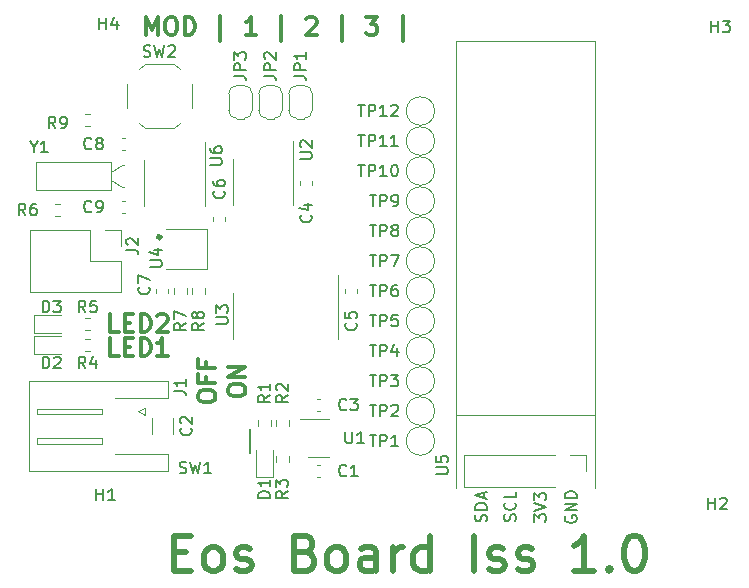
<source format=gbr>
%TF.GenerationSoftware,KiCad,Pcbnew,(5.1.10)-1*%
%TF.CreationDate,2021-09-16T15:44:01+01:00*%
%TF.ProjectId,Eos-Board,456f732d-426f-4617-9264-2e6b69636164,rev?*%
%TF.SameCoordinates,Original*%
%TF.FileFunction,Legend,Top*%
%TF.FilePolarity,Positive*%
%FSLAX46Y46*%
G04 Gerber Fmt 4.6, Leading zero omitted, Abs format (unit mm)*
G04 Created by KiCad (PCBNEW (5.1.10)-1) date 2021-09-16 15:44:01*
%MOMM*%
%LPD*%
G01*
G04 APERTURE LIST*
%ADD10C,0.300000*%
%ADD11C,0.500000*%
%ADD12C,0.120000*%
%ADD13C,0.400000*%
%ADD14C,0.200000*%
%ADD15C,0.150000*%
G04 APERTURE END LIST*
D10*
X108852285Y-57066571D02*
X108852285Y-55566571D01*
X109352285Y-56638000D01*
X109852285Y-55566571D01*
X109852285Y-57066571D01*
X110852285Y-55566571D02*
X111138000Y-55566571D01*
X111280857Y-55638000D01*
X111423714Y-55780857D01*
X111495142Y-56066571D01*
X111495142Y-56566571D01*
X111423714Y-56852285D01*
X111280857Y-56995142D01*
X111138000Y-57066571D01*
X110852285Y-57066571D01*
X110709428Y-56995142D01*
X110566571Y-56852285D01*
X110495142Y-56566571D01*
X110495142Y-56066571D01*
X110566571Y-55780857D01*
X110709428Y-55638000D01*
X110852285Y-55566571D01*
X112138000Y-57066571D02*
X112138000Y-55566571D01*
X112495142Y-55566571D01*
X112709428Y-55638000D01*
X112852285Y-55780857D01*
X112923714Y-55923714D01*
X112995142Y-56209428D01*
X112995142Y-56423714D01*
X112923714Y-56709428D01*
X112852285Y-56852285D01*
X112709428Y-56995142D01*
X112495142Y-57066571D01*
X112138000Y-57066571D01*
X115138000Y-57566571D02*
X115138000Y-55423714D01*
X118138000Y-57066571D02*
X117280857Y-57066571D01*
X117709428Y-57066571D02*
X117709428Y-55566571D01*
X117566571Y-55780857D01*
X117423714Y-55923714D01*
X117280857Y-55995142D01*
X120280857Y-57566571D02*
X120280857Y-55423714D01*
X122423714Y-55709428D02*
X122495142Y-55638000D01*
X122638000Y-55566571D01*
X122995142Y-55566571D01*
X123138000Y-55638000D01*
X123209428Y-55709428D01*
X123280857Y-55852285D01*
X123280857Y-55995142D01*
X123209428Y-56209428D01*
X122352285Y-57066571D01*
X123280857Y-57066571D01*
X125423714Y-57566571D02*
X125423714Y-55423714D01*
X127495142Y-55566571D02*
X128423714Y-55566571D01*
X127923714Y-56138000D01*
X128138000Y-56138000D01*
X128280857Y-56209428D01*
X128352285Y-56280857D01*
X128423714Y-56423714D01*
X128423714Y-56780857D01*
X128352285Y-56923714D01*
X128280857Y-56995142D01*
X128138000Y-57066571D01*
X127709428Y-57066571D01*
X127566571Y-56995142D01*
X127495142Y-56923714D01*
X130566571Y-57566571D02*
X130566571Y-55423714D01*
D11*
X111206857Y-100877714D02*
X112206857Y-100877714D01*
X112635428Y-102449142D02*
X111206857Y-102449142D01*
X111206857Y-99449142D01*
X112635428Y-99449142D01*
X114349714Y-102449142D02*
X114064000Y-102306285D01*
X113921142Y-102163428D01*
X113778285Y-101877714D01*
X113778285Y-101020571D01*
X113921142Y-100734857D01*
X114064000Y-100592000D01*
X114349714Y-100449142D01*
X114778285Y-100449142D01*
X115064000Y-100592000D01*
X115206857Y-100734857D01*
X115349714Y-101020571D01*
X115349714Y-101877714D01*
X115206857Y-102163428D01*
X115064000Y-102306285D01*
X114778285Y-102449142D01*
X114349714Y-102449142D01*
X116492571Y-102306285D02*
X116778285Y-102449142D01*
X117349714Y-102449142D01*
X117635428Y-102306285D01*
X117778285Y-102020571D01*
X117778285Y-101877714D01*
X117635428Y-101592000D01*
X117349714Y-101449142D01*
X116921142Y-101449142D01*
X116635428Y-101306285D01*
X116492571Y-101020571D01*
X116492571Y-100877714D01*
X116635428Y-100592000D01*
X116921142Y-100449142D01*
X117349714Y-100449142D01*
X117635428Y-100592000D01*
X122349714Y-100877714D02*
X122778285Y-101020571D01*
X122921142Y-101163428D01*
X123064000Y-101449142D01*
X123064000Y-101877714D01*
X122921142Y-102163428D01*
X122778285Y-102306285D01*
X122492571Y-102449142D01*
X121349714Y-102449142D01*
X121349714Y-99449142D01*
X122349714Y-99449142D01*
X122635428Y-99592000D01*
X122778285Y-99734857D01*
X122921142Y-100020571D01*
X122921142Y-100306285D01*
X122778285Y-100592000D01*
X122635428Y-100734857D01*
X122349714Y-100877714D01*
X121349714Y-100877714D01*
X124778285Y-102449142D02*
X124492571Y-102306285D01*
X124349714Y-102163428D01*
X124206857Y-101877714D01*
X124206857Y-101020571D01*
X124349714Y-100734857D01*
X124492571Y-100592000D01*
X124778285Y-100449142D01*
X125206857Y-100449142D01*
X125492571Y-100592000D01*
X125635428Y-100734857D01*
X125778285Y-101020571D01*
X125778285Y-101877714D01*
X125635428Y-102163428D01*
X125492571Y-102306285D01*
X125206857Y-102449142D01*
X124778285Y-102449142D01*
X128349714Y-102449142D02*
X128349714Y-100877714D01*
X128206857Y-100592000D01*
X127921142Y-100449142D01*
X127349714Y-100449142D01*
X127064000Y-100592000D01*
X128349714Y-102306285D02*
X128064000Y-102449142D01*
X127349714Y-102449142D01*
X127064000Y-102306285D01*
X126921142Y-102020571D01*
X126921142Y-101734857D01*
X127064000Y-101449142D01*
X127349714Y-101306285D01*
X128064000Y-101306285D01*
X128349714Y-101163428D01*
X129778285Y-102449142D02*
X129778285Y-100449142D01*
X129778285Y-101020571D02*
X129921142Y-100734857D01*
X130064000Y-100592000D01*
X130349714Y-100449142D01*
X130635428Y-100449142D01*
X132921142Y-102449142D02*
X132921142Y-99449142D01*
X132921142Y-102306285D02*
X132635428Y-102449142D01*
X132064000Y-102449142D01*
X131778285Y-102306285D01*
X131635428Y-102163428D01*
X131492571Y-101877714D01*
X131492571Y-101020571D01*
X131635428Y-100734857D01*
X131778285Y-100592000D01*
X132064000Y-100449142D01*
X132635428Y-100449142D01*
X132921142Y-100592000D01*
X136635428Y-102449142D02*
X136635428Y-99449142D01*
X137921142Y-102306285D02*
X138206857Y-102449142D01*
X138778285Y-102449142D01*
X139064000Y-102306285D01*
X139206857Y-102020571D01*
X139206857Y-101877714D01*
X139064000Y-101592000D01*
X138778285Y-101449142D01*
X138349714Y-101449142D01*
X138064000Y-101306285D01*
X137921142Y-101020571D01*
X137921142Y-100877714D01*
X138064000Y-100592000D01*
X138349714Y-100449142D01*
X138778285Y-100449142D01*
X139064000Y-100592000D01*
X140349714Y-102306285D02*
X140635428Y-102449142D01*
X141206857Y-102449142D01*
X141492571Y-102306285D01*
X141635428Y-102020571D01*
X141635428Y-101877714D01*
X141492571Y-101592000D01*
X141206857Y-101449142D01*
X140778285Y-101449142D01*
X140492571Y-101306285D01*
X140349714Y-101020571D01*
X140349714Y-100877714D01*
X140492571Y-100592000D01*
X140778285Y-100449142D01*
X141206857Y-100449142D01*
X141492571Y-100592000D01*
X146778285Y-102449142D02*
X145064000Y-102449142D01*
X145921142Y-102449142D02*
X145921142Y-99449142D01*
X145635428Y-99877714D01*
X145349714Y-100163428D01*
X145064000Y-100306285D01*
X148064000Y-102163428D02*
X148206857Y-102306285D01*
X148064000Y-102449142D01*
X147921142Y-102306285D01*
X148064000Y-102163428D01*
X148064000Y-102449142D01*
X150064000Y-99449142D02*
X150349714Y-99449142D01*
X150635428Y-99592000D01*
X150778285Y-99734857D01*
X150921142Y-100020571D01*
X151064000Y-100592000D01*
X151064000Y-101306285D01*
X150921142Y-101877714D01*
X150778285Y-102163428D01*
X150635428Y-102306285D01*
X150349714Y-102449142D01*
X150064000Y-102449142D01*
X149778285Y-102306285D01*
X149635428Y-102163428D01*
X149492571Y-101877714D01*
X149349714Y-101306285D01*
X149349714Y-100592000D01*
X149492571Y-100020571D01*
X149635428Y-99734857D01*
X149778285Y-99592000D01*
X150064000Y-99449142D01*
D10*
X106525428Y-82212571D02*
X105811142Y-82212571D01*
X105811142Y-80712571D01*
X107025428Y-81426857D02*
X107525428Y-81426857D01*
X107739714Y-82212571D02*
X107025428Y-82212571D01*
X107025428Y-80712571D01*
X107739714Y-80712571D01*
X108382571Y-82212571D02*
X108382571Y-80712571D01*
X108739714Y-80712571D01*
X108954000Y-80784000D01*
X109096857Y-80926857D01*
X109168285Y-81069714D01*
X109239714Y-81355428D01*
X109239714Y-81569714D01*
X109168285Y-81855428D01*
X109096857Y-81998285D01*
X108954000Y-82141142D01*
X108739714Y-82212571D01*
X108382571Y-82212571D01*
X109811142Y-80855428D02*
X109882571Y-80784000D01*
X110025428Y-80712571D01*
X110382571Y-80712571D01*
X110525428Y-80784000D01*
X110596857Y-80855428D01*
X110668285Y-80998285D01*
X110668285Y-81141142D01*
X110596857Y-81355428D01*
X109739714Y-82212571D01*
X110668285Y-82212571D01*
X106525428Y-84244571D02*
X105811142Y-84244571D01*
X105811142Y-82744571D01*
X107025428Y-83458857D02*
X107525428Y-83458857D01*
X107739714Y-84244571D02*
X107025428Y-84244571D01*
X107025428Y-82744571D01*
X107739714Y-82744571D01*
X108382571Y-84244571D02*
X108382571Y-82744571D01*
X108739714Y-82744571D01*
X108954000Y-82816000D01*
X109096857Y-82958857D01*
X109168285Y-83101714D01*
X109239714Y-83387428D01*
X109239714Y-83601714D01*
X109168285Y-83887428D01*
X109096857Y-84030285D01*
X108954000Y-84173142D01*
X108739714Y-84244571D01*
X108382571Y-84244571D01*
X110668285Y-84244571D02*
X109811142Y-84244571D01*
X110239714Y-84244571D02*
X110239714Y-82744571D01*
X110096857Y-82958857D01*
X109954000Y-83101714D01*
X109811142Y-83173142D01*
X115764571Y-87288571D02*
X115764571Y-87002857D01*
X115836000Y-86860000D01*
X115978857Y-86717142D01*
X116264571Y-86645714D01*
X116764571Y-86645714D01*
X117050285Y-86717142D01*
X117193142Y-86860000D01*
X117264571Y-87002857D01*
X117264571Y-87288571D01*
X117193142Y-87431428D01*
X117050285Y-87574285D01*
X116764571Y-87645714D01*
X116264571Y-87645714D01*
X115978857Y-87574285D01*
X115836000Y-87431428D01*
X115764571Y-87288571D01*
X117264571Y-86002857D02*
X115764571Y-86002857D01*
X117264571Y-85145714D01*
X115764571Y-85145714D01*
X113224571Y-87788571D02*
X113224571Y-87502857D01*
X113296000Y-87360000D01*
X113438857Y-87217142D01*
X113724571Y-87145714D01*
X114224571Y-87145714D01*
X114510285Y-87217142D01*
X114653142Y-87360000D01*
X114724571Y-87502857D01*
X114724571Y-87788571D01*
X114653142Y-87931428D01*
X114510285Y-88074285D01*
X114224571Y-88145714D01*
X113724571Y-88145714D01*
X113438857Y-88074285D01*
X113296000Y-87931428D01*
X113224571Y-87788571D01*
X113938857Y-86002857D02*
X113938857Y-86502857D01*
X114724571Y-86502857D02*
X113224571Y-86502857D01*
X113224571Y-85788571D01*
X113938857Y-84717142D02*
X113938857Y-85217142D01*
X114724571Y-85217142D02*
X113224571Y-85217142D01*
X113224571Y-84502857D01*
D12*
%TO.C,SW2*%
X108282000Y-64530000D02*
X108732000Y-64980000D01*
X111682000Y-64530000D02*
X111232000Y-64980000D01*
X111682000Y-59930000D02*
X111232000Y-59480000D01*
X108282000Y-59930000D02*
X108732000Y-59480000D01*
X112732000Y-61230000D02*
X112732000Y-63230000D01*
X108732000Y-64980000D02*
X111232000Y-64980000D01*
X107232000Y-61230000D02*
X107232000Y-63230000D01*
X108732000Y-59480000D02*
X111232000Y-59480000D01*
%TO.C,R9*%
X103648742Y-63739500D02*
X104123258Y-63739500D01*
X103648742Y-64784500D02*
X104123258Y-64784500D01*
%TO.C,U6*%
X108692000Y-69596000D02*
X108692000Y-71546000D01*
X108692000Y-69596000D02*
X108692000Y-67646000D01*
X113812000Y-69596000D02*
X113812000Y-71546000D01*
X113812000Y-69596000D02*
X113812000Y-66146000D01*
%TO.C,Y1*%
X106796000Y-69972000D02*
X106996000Y-69972000D01*
X105896000Y-69372000D02*
X106796000Y-69972000D01*
X106796000Y-68072000D02*
X106996000Y-68072000D01*
X105896000Y-68672000D02*
X106796000Y-68072000D01*
X105896000Y-70222000D02*
X105896000Y-67822000D01*
X99496000Y-70222000D02*
X105896000Y-70222000D01*
X99496000Y-67822000D02*
X99496000Y-70222000D01*
X105896000Y-67822000D02*
X99496000Y-67822000D01*
%TO.C,U5*%
X135060000Y-89280000D02*
X146860000Y-89280000D01*
X135060000Y-57580000D02*
X146860000Y-57580000D01*
X146860000Y-95380000D02*
X146860000Y-57580000D01*
X146090000Y-92650000D02*
X146090000Y-93980000D01*
X144760000Y-92650000D02*
X146090000Y-92650000D01*
X135060000Y-95380000D02*
X135060000Y-57580000D01*
X143490000Y-95310000D02*
X135810000Y-95310000D01*
X143490000Y-92650000D02*
X135810000Y-92650000D01*
X135810000Y-92650000D02*
X135810000Y-95310000D01*
D13*
%TO.C,U4*%
X110068000Y-74184000D02*
G75*
G03*
X110068000Y-74184000I-100000J0D01*
G01*
D12*
X110568000Y-73484000D02*
X113968000Y-73484000D01*
X113968000Y-73484000D02*
X113968000Y-76884000D01*
X113968000Y-76884000D02*
X110568000Y-76884000D01*
%TO.C,U3*%
X125085000Y-80837000D02*
X125085000Y-77387000D01*
X125085000Y-80837000D02*
X125085000Y-82787000D01*
X116215000Y-80837000D02*
X116215000Y-78887000D01*
X116215000Y-80837000D02*
X116215000Y-82787000D01*
%TO.C,U2*%
X121305000Y-69531000D02*
X121305000Y-66081000D01*
X121305000Y-69531000D02*
X121305000Y-71481000D01*
X116185000Y-69531000D02*
X116185000Y-67581000D01*
X116185000Y-69531000D02*
X116185000Y-71481000D01*
%TO.C,U1*%
X124344000Y-89576000D02*
X121894000Y-89576000D01*
X122544000Y-92796000D02*
X124344000Y-92796000D01*
%TO.C,TP12*%
X133280000Y-63500000D02*
G75*
G03*
X133280000Y-63500000I-1200000J0D01*
G01*
%TO.C,TP11*%
X133280000Y-66040000D02*
G75*
G03*
X133280000Y-66040000I-1200000J0D01*
G01*
%TO.C,TP10*%
X133280000Y-68580000D02*
G75*
G03*
X133280000Y-68580000I-1200000J0D01*
G01*
%TO.C,TP9*%
X133280000Y-71120000D02*
G75*
G03*
X133280000Y-71120000I-1200000J0D01*
G01*
%TO.C,TP8*%
X133280000Y-73660000D02*
G75*
G03*
X133280000Y-73660000I-1200000J0D01*
G01*
%TO.C,TP7*%
X133280000Y-76200000D02*
G75*
G03*
X133280000Y-76200000I-1200000J0D01*
G01*
%TO.C,TP6*%
X133280000Y-78740000D02*
G75*
G03*
X133280000Y-78740000I-1200000J0D01*
G01*
%TO.C,TP5*%
X133280000Y-81280000D02*
G75*
G03*
X133280000Y-81280000I-1200000J0D01*
G01*
%TO.C,TP4*%
X133280000Y-83820000D02*
G75*
G03*
X133280000Y-83820000I-1200000J0D01*
G01*
%TO.C,TP3*%
X133280000Y-86360000D02*
G75*
G03*
X133280000Y-86360000I-1200000J0D01*
G01*
%TO.C,TP2*%
X133280000Y-88900000D02*
G75*
G03*
X133280000Y-88900000I-1200000J0D01*
G01*
%TO.C,TP1*%
X133280000Y-91440000D02*
G75*
G03*
X133280000Y-91440000I-1200000J0D01*
G01*
D14*
%TO.C,SW1*%
X117616000Y-90440000D02*
X117616000Y-92440000D01*
D12*
%TO.C,R8*%
X113806500Y-78977258D02*
X113806500Y-78502742D01*
X112761500Y-78977258D02*
X112761500Y-78502742D01*
%TO.C,R7*%
X112282500Y-78977258D02*
X112282500Y-78502742D01*
X111237500Y-78977258D02*
X111237500Y-78502742D01*
%TO.C,R6*%
X101583258Y-71359500D02*
X101108742Y-71359500D01*
X101583258Y-72404500D02*
X101108742Y-72404500D01*
%TO.C,R5*%
X103648742Y-82056500D02*
X104123258Y-82056500D01*
X103648742Y-81011500D02*
X104123258Y-81011500D01*
%TO.C,R4*%
X103648742Y-83834500D02*
X104123258Y-83834500D01*
X103648742Y-82789500D02*
X104123258Y-82789500D01*
%TO.C,R3*%
X120918500Y-93201258D02*
X120918500Y-92726742D01*
X119873500Y-93201258D02*
X119873500Y-92726742D01*
%TO.C,R2*%
X120918500Y-90153258D02*
X120918500Y-89678742D01*
X119873500Y-90153258D02*
X119873500Y-89678742D01*
%TO.C,R1*%
X119394500Y-90153258D02*
X119394500Y-89678742D01*
X118349500Y-90153258D02*
X118349500Y-89678742D01*
%TO.C,JP3*%
X117840000Y-62038000D02*
X117840000Y-63438000D01*
X117140000Y-64138000D02*
X116540000Y-64138000D01*
X115840000Y-63438000D02*
X115840000Y-62038000D01*
X116540000Y-61338000D02*
X117140000Y-61338000D01*
X117140000Y-61338000D02*
G75*
G02*
X117840000Y-62038000I0J-700000D01*
G01*
X115840000Y-62038000D02*
G75*
G02*
X116540000Y-61338000I700000J0D01*
G01*
X116540000Y-64138000D02*
G75*
G02*
X115840000Y-63438000I0J700000D01*
G01*
X117840000Y-63438000D02*
G75*
G02*
X117140000Y-64138000I-700000J0D01*
G01*
%TO.C,JP2*%
X120380000Y-62038000D02*
X120380000Y-63438000D01*
X119680000Y-64138000D02*
X119080000Y-64138000D01*
X118380000Y-63438000D02*
X118380000Y-62038000D01*
X119080000Y-61338000D02*
X119680000Y-61338000D01*
X119680000Y-61338000D02*
G75*
G02*
X120380000Y-62038000I0J-700000D01*
G01*
X118380000Y-62038000D02*
G75*
G02*
X119080000Y-61338000I700000J0D01*
G01*
X119080000Y-64138000D02*
G75*
G02*
X118380000Y-63438000I0J700000D01*
G01*
X120380000Y-63438000D02*
G75*
G02*
X119680000Y-64138000I-700000J0D01*
G01*
%TO.C,JP1*%
X122920000Y-62038000D02*
X122920000Y-63438000D01*
X122220000Y-64138000D02*
X121620000Y-64138000D01*
X120920000Y-63438000D02*
X120920000Y-62038000D01*
X121620000Y-61338000D02*
X122220000Y-61338000D01*
X122220000Y-61338000D02*
G75*
G02*
X122920000Y-62038000I0J-700000D01*
G01*
X120920000Y-62038000D02*
G75*
G02*
X121620000Y-61338000I700000J0D01*
G01*
X121620000Y-64138000D02*
G75*
G02*
X120920000Y-63438000I0J700000D01*
G01*
X122920000Y-63438000D02*
G75*
G02*
X122220000Y-64138000I-700000J0D01*
G01*
%TO.C,J2*%
X106740000Y-73600000D02*
X106740000Y-74930000D01*
X105410000Y-73600000D02*
X106740000Y-73600000D01*
X106740000Y-76200000D02*
X106740000Y-78800000D01*
X104140000Y-76200000D02*
X106740000Y-76200000D01*
X104140000Y-73600000D02*
X104140000Y-76200000D01*
X106740000Y-78800000D02*
X99000000Y-78800000D01*
X104140000Y-73600000D02*
X99000000Y-73600000D01*
X99000000Y-73600000D02*
X99000000Y-78800000D01*
%TO.C,J1*%
X98970000Y-90190000D02*
X98970000Y-86380000D01*
X98970000Y-86380000D02*
X110690000Y-86380000D01*
X110690000Y-86380000D02*
X110690000Y-87800000D01*
X110690000Y-87800000D02*
X106190000Y-87800000D01*
X98970000Y-90190000D02*
X98970000Y-94000000D01*
X98970000Y-94000000D02*
X110690000Y-94000000D01*
X110690000Y-94000000D02*
X110690000Y-92580000D01*
X110690000Y-92580000D02*
X106190000Y-92580000D01*
X105080000Y-88690000D02*
X99580000Y-88690000D01*
X99580000Y-88690000D02*
X99580000Y-89190000D01*
X99580000Y-89190000D02*
X105080000Y-89190000D01*
X105080000Y-89190000D02*
X105080000Y-88690000D01*
X105080000Y-91190000D02*
X99580000Y-91190000D01*
X99580000Y-91190000D02*
X99580000Y-91690000D01*
X99580000Y-91690000D02*
X105080000Y-91690000D01*
X105080000Y-91690000D02*
X105080000Y-91190000D01*
X108180000Y-88940000D02*
X108780000Y-88640000D01*
X108780000Y-88640000D02*
X108780000Y-89240000D01*
X108780000Y-89240000D02*
X108180000Y-88940000D01*
%TO.C,D3*%
X99353000Y-82269000D02*
X101638000Y-82269000D01*
X99353000Y-80799000D02*
X99353000Y-82269000D01*
X101638000Y-80799000D02*
X99353000Y-80799000D01*
%TO.C,D2*%
X99353000Y-84047000D02*
X101638000Y-84047000D01*
X99353000Y-82577000D02*
X99353000Y-84047000D01*
X101638000Y-82577000D02*
X99353000Y-82577000D01*
%TO.C,D1*%
X119607000Y-94449000D02*
X119607000Y-92164000D01*
X118137000Y-94449000D02*
X119607000Y-94449000D01*
X118137000Y-92164000D02*
X118137000Y-94449000D01*
%TO.C,C9*%
X106780420Y-72138000D02*
X107061580Y-72138000D01*
X106780420Y-71118000D02*
X107061580Y-71118000D01*
%TO.C,C8*%
X106780420Y-66804000D02*
X107061580Y-66804000D01*
X106780420Y-65784000D02*
X107061580Y-65784000D01*
%TO.C,C7*%
X109726000Y-78586420D02*
X109726000Y-78867580D01*
X110746000Y-78586420D02*
X110746000Y-78867580D01*
%TO.C,C6*%
X114552000Y-72503420D02*
X114552000Y-72784580D01*
X115572000Y-72503420D02*
X115572000Y-72784580D01*
%TO.C,C5*%
X125728000Y-78599420D02*
X125728000Y-78880580D01*
X126748000Y-78599420D02*
X126748000Y-78880580D01*
%TO.C,C4*%
X122938000Y-69723580D02*
X122938000Y-69442420D01*
X121918000Y-69723580D02*
X121918000Y-69442420D01*
%TO.C,C3*%
X123584580Y-87882000D02*
X123303420Y-87882000D01*
X123584580Y-88902000D02*
X123303420Y-88902000D01*
%TO.C,C2*%
X111146000Y-90881252D02*
X111146000Y-89458748D01*
X109326000Y-90881252D02*
X109326000Y-89458748D01*
%TO.C,C1*%
X123303420Y-94490000D02*
X123584580Y-94490000D01*
X123303420Y-93470000D02*
X123584580Y-93470000D01*
%TO.C,SW2*%
D15*
X108648666Y-58884761D02*
X108791523Y-58932380D01*
X109029619Y-58932380D01*
X109124857Y-58884761D01*
X109172476Y-58837142D01*
X109220095Y-58741904D01*
X109220095Y-58646666D01*
X109172476Y-58551428D01*
X109124857Y-58503809D01*
X109029619Y-58456190D01*
X108839142Y-58408571D01*
X108743904Y-58360952D01*
X108696285Y-58313333D01*
X108648666Y-58218095D01*
X108648666Y-58122857D01*
X108696285Y-58027619D01*
X108743904Y-57980000D01*
X108839142Y-57932380D01*
X109077238Y-57932380D01*
X109220095Y-57980000D01*
X109553428Y-57932380D02*
X109791523Y-58932380D01*
X109982000Y-58218095D01*
X110172476Y-58932380D01*
X110410571Y-57932380D01*
X110743904Y-58027619D02*
X110791523Y-57980000D01*
X110886761Y-57932380D01*
X111124857Y-57932380D01*
X111220095Y-57980000D01*
X111267714Y-58027619D01*
X111315333Y-58122857D01*
X111315333Y-58218095D01*
X111267714Y-58360952D01*
X110696285Y-58932380D01*
X111315333Y-58932380D01*
%TO.C,R9*%
X101179333Y-64968380D02*
X100846000Y-64492190D01*
X100607904Y-64968380D02*
X100607904Y-63968380D01*
X100988857Y-63968380D01*
X101084095Y-64016000D01*
X101131714Y-64063619D01*
X101179333Y-64158857D01*
X101179333Y-64301714D01*
X101131714Y-64396952D01*
X101084095Y-64444571D01*
X100988857Y-64492190D01*
X100607904Y-64492190D01*
X101655523Y-64968380D02*
X101846000Y-64968380D01*
X101941238Y-64920761D01*
X101988857Y-64873142D01*
X102084095Y-64730285D01*
X102131714Y-64539809D01*
X102131714Y-64158857D01*
X102084095Y-64063619D01*
X102036476Y-64016000D01*
X101941238Y-63968380D01*
X101750761Y-63968380D01*
X101655523Y-64016000D01*
X101607904Y-64063619D01*
X101560285Y-64158857D01*
X101560285Y-64396952D01*
X101607904Y-64492190D01*
X101655523Y-64539809D01*
X101750761Y-64587428D01*
X101941238Y-64587428D01*
X102036476Y-64539809D01*
X102084095Y-64492190D01*
X102131714Y-64396952D01*
%TO.C,U6*%
X114260380Y-68071904D02*
X115069904Y-68071904D01*
X115165142Y-68024285D01*
X115212761Y-67976666D01*
X115260380Y-67881428D01*
X115260380Y-67690952D01*
X115212761Y-67595714D01*
X115165142Y-67548095D01*
X115069904Y-67500476D01*
X114260380Y-67500476D01*
X114260380Y-66595714D02*
X114260380Y-66786190D01*
X114308000Y-66881428D01*
X114355619Y-66929047D01*
X114498476Y-67024285D01*
X114688952Y-67071904D01*
X115069904Y-67071904D01*
X115165142Y-67024285D01*
X115212761Y-66976666D01*
X115260380Y-66881428D01*
X115260380Y-66690952D01*
X115212761Y-66595714D01*
X115165142Y-66548095D01*
X115069904Y-66500476D01*
X114831809Y-66500476D01*
X114736571Y-66548095D01*
X114688952Y-66595714D01*
X114641333Y-66690952D01*
X114641333Y-66881428D01*
X114688952Y-66976666D01*
X114736571Y-67024285D01*
X114831809Y-67071904D01*
%TO.C,H4*%
X104902095Y-56586380D02*
X104902095Y-55586380D01*
X104902095Y-56062571D02*
X105473523Y-56062571D01*
X105473523Y-56586380D02*
X105473523Y-55586380D01*
X106378285Y-55919714D02*
X106378285Y-56586380D01*
X106140190Y-55538761D02*
X105902095Y-56253047D01*
X106521142Y-56253047D01*
%TO.C,H3*%
X156718095Y-56840380D02*
X156718095Y-55840380D01*
X156718095Y-56316571D02*
X157289523Y-56316571D01*
X157289523Y-56840380D02*
X157289523Y-55840380D01*
X157670476Y-55840380D02*
X158289523Y-55840380D01*
X157956190Y-56221333D01*
X158099047Y-56221333D01*
X158194285Y-56268952D01*
X158241904Y-56316571D01*
X158289523Y-56411809D01*
X158289523Y-56649904D01*
X158241904Y-56745142D01*
X158194285Y-56792761D01*
X158099047Y-56840380D01*
X157813333Y-56840380D01*
X157718095Y-56792761D01*
X157670476Y-56745142D01*
%TO.C,H2*%
X156464095Y-97226380D02*
X156464095Y-96226380D01*
X156464095Y-96702571D02*
X157035523Y-96702571D01*
X157035523Y-97226380D02*
X157035523Y-96226380D01*
X157464095Y-96321619D02*
X157511714Y-96274000D01*
X157606952Y-96226380D01*
X157845047Y-96226380D01*
X157940285Y-96274000D01*
X157987904Y-96321619D01*
X158035523Y-96416857D01*
X158035523Y-96512095D01*
X157987904Y-96654952D01*
X157416476Y-97226380D01*
X158035523Y-97226380D01*
%TO.C,H1*%
X104648095Y-96464380D02*
X104648095Y-95464380D01*
X104648095Y-95940571D02*
X105219523Y-95940571D01*
X105219523Y-96464380D02*
X105219523Y-95464380D01*
X106219523Y-96464380D02*
X105648095Y-96464380D01*
X105933809Y-96464380D02*
X105933809Y-95464380D01*
X105838571Y-95607238D01*
X105743333Y-95702476D01*
X105648095Y-95750095D01*
%TO.C,Y1*%
X99345809Y-66524190D02*
X99345809Y-67000380D01*
X99012476Y-66000380D02*
X99345809Y-66524190D01*
X99679142Y-66000380D01*
X100536285Y-67000380D02*
X99964857Y-67000380D01*
X100250571Y-67000380D02*
X100250571Y-66000380D01*
X100155333Y-66143238D01*
X100060095Y-66238476D01*
X99964857Y-66286095D01*
%TO.C,U5*%
X133412380Y-94241904D02*
X134221904Y-94241904D01*
X134317142Y-94194285D01*
X134364761Y-94146666D01*
X134412380Y-94051428D01*
X134412380Y-93860952D01*
X134364761Y-93765714D01*
X134317142Y-93718095D01*
X134221904Y-93670476D01*
X133412380Y-93670476D01*
X133412380Y-92718095D02*
X133412380Y-93194285D01*
X133888571Y-93241904D01*
X133840952Y-93194285D01*
X133793333Y-93099047D01*
X133793333Y-92860952D01*
X133840952Y-92765714D01*
X133888571Y-92718095D01*
X133983809Y-92670476D01*
X134221904Y-92670476D01*
X134317142Y-92718095D01*
X134364761Y-92765714D01*
X134412380Y-92860952D01*
X134412380Y-93099047D01*
X134364761Y-93194285D01*
X134317142Y-93241904D01*
X137664761Y-98242285D02*
X137712380Y-98099428D01*
X137712380Y-97861333D01*
X137664761Y-97766095D01*
X137617142Y-97718476D01*
X137521904Y-97670857D01*
X137426666Y-97670857D01*
X137331428Y-97718476D01*
X137283809Y-97766095D01*
X137236190Y-97861333D01*
X137188571Y-98051809D01*
X137140952Y-98147047D01*
X137093333Y-98194666D01*
X136998095Y-98242285D01*
X136902857Y-98242285D01*
X136807619Y-98194666D01*
X136760000Y-98147047D01*
X136712380Y-98051809D01*
X136712380Y-97813714D01*
X136760000Y-97670857D01*
X137712380Y-97242285D02*
X136712380Y-97242285D01*
X136712380Y-97004190D01*
X136760000Y-96861333D01*
X136855238Y-96766095D01*
X136950476Y-96718476D01*
X137140952Y-96670857D01*
X137283809Y-96670857D01*
X137474285Y-96718476D01*
X137569523Y-96766095D01*
X137664761Y-96861333D01*
X137712380Y-97004190D01*
X137712380Y-97242285D01*
X137426666Y-96289904D02*
X137426666Y-95813714D01*
X137712380Y-96385142D02*
X136712380Y-96051809D01*
X137712380Y-95718476D01*
X140104761Y-98218476D02*
X140152380Y-98075619D01*
X140152380Y-97837523D01*
X140104761Y-97742285D01*
X140057142Y-97694666D01*
X139961904Y-97647047D01*
X139866666Y-97647047D01*
X139771428Y-97694666D01*
X139723809Y-97742285D01*
X139676190Y-97837523D01*
X139628571Y-98028000D01*
X139580952Y-98123238D01*
X139533333Y-98170857D01*
X139438095Y-98218476D01*
X139342857Y-98218476D01*
X139247619Y-98170857D01*
X139200000Y-98123238D01*
X139152380Y-98028000D01*
X139152380Y-97789904D01*
X139200000Y-97647047D01*
X140057142Y-96647047D02*
X140104761Y-96694666D01*
X140152380Y-96837523D01*
X140152380Y-96932761D01*
X140104761Y-97075619D01*
X140009523Y-97170857D01*
X139914285Y-97218476D01*
X139723809Y-97266095D01*
X139580952Y-97266095D01*
X139390476Y-97218476D01*
X139295238Y-97170857D01*
X139200000Y-97075619D01*
X139152380Y-96932761D01*
X139152380Y-96837523D01*
X139200000Y-96694666D01*
X139247619Y-96647047D01*
X140152380Y-95742285D02*
X140152380Y-96218476D01*
X139152380Y-96218476D01*
X141712380Y-98266095D02*
X141712380Y-97647047D01*
X142093333Y-97980380D01*
X142093333Y-97837523D01*
X142140952Y-97742285D01*
X142188571Y-97694666D01*
X142283809Y-97647047D01*
X142521904Y-97647047D01*
X142617142Y-97694666D01*
X142664761Y-97742285D01*
X142712380Y-97837523D01*
X142712380Y-98123238D01*
X142664761Y-98218476D01*
X142617142Y-98266095D01*
X141712380Y-97361333D02*
X142712380Y-97028000D01*
X141712380Y-96694666D01*
X141712380Y-96456571D02*
X141712380Y-95837523D01*
X142093333Y-96170857D01*
X142093333Y-96028000D01*
X142140952Y-95932761D01*
X142188571Y-95885142D01*
X142283809Y-95837523D01*
X142521904Y-95837523D01*
X142617142Y-95885142D01*
X142664761Y-95932761D01*
X142712380Y-96028000D01*
X142712380Y-96313714D01*
X142664761Y-96408952D01*
X142617142Y-96456571D01*
X144360000Y-97789904D02*
X144312380Y-97885142D01*
X144312380Y-98028000D01*
X144360000Y-98170857D01*
X144455238Y-98266095D01*
X144550476Y-98313714D01*
X144740952Y-98361333D01*
X144883809Y-98361333D01*
X145074285Y-98313714D01*
X145169523Y-98266095D01*
X145264761Y-98170857D01*
X145312380Y-98028000D01*
X145312380Y-97932761D01*
X145264761Y-97789904D01*
X145217142Y-97742285D01*
X144883809Y-97742285D01*
X144883809Y-97932761D01*
X145312380Y-97313714D02*
X144312380Y-97313714D01*
X145312380Y-96742285D01*
X144312380Y-96742285D01*
X145312380Y-96266095D02*
X144312380Y-96266095D01*
X144312380Y-96028000D01*
X144360000Y-95885142D01*
X144455238Y-95789904D01*
X144550476Y-95742285D01*
X144740952Y-95694666D01*
X144883809Y-95694666D01*
X145074285Y-95742285D01*
X145169523Y-95789904D01*
X145264761Y-95885142D01*
X145312380Y-96028000D01*
X145312380Y-96266095D01*
%TO.C,U4*%
X109180380Y-76707904D02*
X109989904Y-76707904D01*
X110085142Y-76660285D01*
X110132761Y-76612666D01*
X110180380Y-76517428D01*
X110180380Y-76326952D01*
X110132761Y-76231714D01*
X110085142Y-76184095D01*
X109989904Y-76136476D01*
X109180380Y-76136476D01*
X109513714Y-75231714D02*
X110180380Y-75231714D01*
X109132761Y-75469809D02*
X109847047Y-75707904D01*
X109847047Y-75088857D01*
%TO.C,U3*%
X114768380Y-81533904D02*
X115577904Y-81533904D01*
X115673142Y-81486285D01*
X115720761Y-81438666D01*
X115768380Y-81343428D01*
X115768380Y-81152952D01*
X115720761Y-81057714D01*
X115673142Y-81010095D01*
X115577904Y-80962476D01*
X114768380Y-80962476D01*
X114768380Y-80581523D02*
X114768380Y-79962476D01*
X115149333Y-80295809D01*
X115149333Y-80152952D01*
X115196952Y-80057714D01*
X115244571Y-80010095D01*
X115339809Y-79962476D01*
X115577904Y-79962476D01*
X115673142Y-80010095D01*
X115720761Y-80057714D01*
X115768380Y-80152952D01*
X115768380Y-80438666D01*
X115720761Y-80533904D01*
X115673142Y-80581523D01*
%TO.C,U2*%
X121880380Y-67563904D02*
X122689904Y-67563904D01*
X122785142Y-67516285D01*
X122832761Y-67468666D01*
X122880380Y-67373428D01*
X122880380Y-67182952D01*
X122832761Y-67087714D01*
X122785142Y-67040095D01*
X122689904Y-66992476D01*
X121880380Y-66992476D01*
X121975619Y-66563904D02*
X121928000Y-66516285D01*
X121880380Y-66421047D01*
X121880380Y-66182952D01*
X121928000Y-66087714D01*
X121975619Y-66040095D01*
X122070857Y-65992476D01*
X122166095Y-65992476D01*
X122308952Y-66040095D01*
X122880380Y-66611523D01*
X122880380Y-65992476D01*
%TO.C,U1*%
X125730095Y-90638380D02*
X125730095Y-91447904D01*
X125777714Y-91543142D01*
X125825333Y-91590761D01*
X125920571Y-91638380D01*
X126111047Y-91638380D01*
X126206285Y-91590761D01*
X126253904Y-91543142D01*
X126301523Y-91447904D01*
X126301523Y-90638380D01*
X127301523Y-91638380D02*
X126730095Y-91638380D01*
X127015809Y-91638380D02*
X127015809Y-90638380D01*
X126920571Y-90781238D01*
X126825333Y-90876476D01*
X126730095Y-90924095D01*
%TO.C,TP12*%
X126785904Y-62952380D02*
X127357333Y-62952380D01*
X127071619Y-63952380D02*
X127071619Y-62952380D01*
X127690666Y-63952380D02*
X127690666Y-62952380D01*
X128071619Y-62952380D01*
X128166857Y-63000000D01*
X128214476Y-63047619D01*
X128262095Y-63142857D01*
X128262095Y-63285714D01*
X128214476Y-63380952D01*
X128166857Y-63428571D01*
X128071619Y-63476190D01*
X127690666Y-63476190D01*
X129214476Y-63952380D02*
X128643047Y-63952380D01*
X128928761Y-63952380D02*
X128928761Y-62952380D01*
X128833523Y-63095238D01*
X128738285Y-63190476D01*
X128643047Y-63238095D01*
X129595428Y-63047619D02*
X129643047Y-63000000D01*
X129738285Y-62952380D01*
X129976380Y-62952380D01*
X130071619Y-63000000D01*
X130119238Y-63047619D01*
X130166857Y-63142857D01*
X130166857Y-63238095D01*
X130119238Y-63380952D01*
X129547809Y-63952380D01*
X130166857Y-63952380D01*
%TO.C,TP11*%
X126785904Y-65492380D02*
X127357333Y-65492380D01*
X127071619Y-66492380D02*
X127071619Y-65492380D01*
X127690666Y-66492380D02*
X127690666Y-65492380D01*
X128071619Y-65492380D01*
X128166857Y-65540000D01*
X128214476Y-65587619D01*
X128262095Y-65682857D01*
X128262095Y-65825714D01*
X128214476Y-65920952D01*
X128166857Y-65968571D01*
X128071619Y-66016190D01*
X127690666Y-66016190D01*
X129214476Y-66492380D02*
X128643047Y-66492380D01*
X128928761Y-66492380D02*
X128928761Y-65492380D01*
X128833523Y-65635238D01*
X128738285Y-65730476D01*
X128643047Y-65778095D01*
X130166857Y-66492380D02*
X129595428Y-66492380D01*
X129881142Y-66492380D02*
X129881142Y-65492380D01*
X129785904Y-65635238D01*
X129690666Y-65730476D01*
X129595428Y-65778095D01*
%TO.C,TP10*%
X126785904Y-68032380D02*
X127357333Y-68032380D01*
X127071619Y-69032380D02*
X127071619Y-68032380D01*
X127690666Y-69032380D02*
X127690666Y-68032380D01*
X128071619Y-68032380D01*
X128166857Y-68080000D01*
X128214476Y-68127619D01*
X128262095Y-68222857D01*
X128262095Y-68365714D01*
X128214476Y-68460952D01*
X128166857Y-68508571D01*
X128071619Y-68556190D01*
X127690666Y-68556190D01*
X129214476Y-69032380D02*
X128643047Y-69032380D01*
X128928761Y-69032380D02*
X128928761Y-68032380D01*
X128833523Y-68175238D01*
X128738285Y-68270476D01*
X128643047Y-68318095D01*
X129833523Y-68032380D02*
X129928761Y-68032380D01*
X130024000Y-68080000D01*
X130071619Y-68127619D01*
X130119238Y-68222857D01*
X130166857Y-68413333D01*
X130166857Y-68651428D01*
X130119238Y-68841904D01*
X130071619Y-68937142D01*
X130024000Y-68984761D01*
X129928761Y-69032380D01*
X129833523Y-69032380D01*
X129738285Y-68984761D01*
X129690666Y-68937142D01*
X129643047Y-68841904D01*
X129595428Y-68651428D01*
X129595428Y-68413333D01*
X129643047Y-68222857D01*
X129690666Y-68127619D01*
X129738285Y-68080000D01*
X129833523Y-68032380D01*
%TO.C,TP9*%
X127770095Y-70572380D02*
X128341523Y-70572380D01*
X128055809Y-71572380D02*
X128055809Y-70572380D01*
X128674857Y-71572380D02*
X128674857Y-70572380D01*
X129055809Y-70572380D01*
X129151047Y-70620000D01*
X129198666Y-70667619D01*
X129246285Y-70762857D01*
X129246285Y-70905714D01*
X129198666Y-71000952D01*
X129151047Y-71048571D01*
X129055809Y-71096190D01*
X128674857Y-71096190D01*
X129722476Y-71572380D02*
X129912952Y-71572380D01*
X130008190Y-71524761D01*
X130055809Y-71477142D01*
X130151047Y-71334285D01*
X130198666Y-71143809D01*
X130198666Y-70762857D01*
X130151047Y-70667619D01*
X130103428Y-70620000D01*
X130008190Y-70572380D01*
X129817714Y-70572380D01*
X129722476Y-70620000D01*
X129674857Y-70667619D01*
X129627238Y-70762857D01*
X129627238Y-71000952D01*
X129674857Y-71096190D01*
X129722476Y-71143809D01*
X129817714Y-71191428D01*
X130008190Y-71191428D01*
X130103428Y-71143809D01*
X130151047Y-71096190D01*
X130198666Y-71000952D01*
%TO.C,TP8*%
X127770095Y-73112380D02*
X128341523Y-73112380D01*
X128055809Y-74112380D02*
X128055809Y-73112380D01*
X128674857Y-74112380D02*
X128674857Y-73112380D01*
X129055809Y-73112380D01*
X129151047Y-73160000D01*
X129198666Y-73207619D01*
X129246285Y-73302857D01*
X129246285Y-73445714D01*
X129198666Y-73540952D01*
X129151047Y-73588571D01*
X129055809Y-73636190D01*
X128674857Y-73636190D01*
X129817714Y-73540952D02*
X129722476Y-73493333D01*
X129674857Y-73445714D01*
X129627238Y-73350476D01*
X129627238Y-73302857D01*
X129674857Y-73207619D01*
X129722476Y-73160000D01*
X129817714Y-73112380D01*
X130008190Y-73112380D01*
X130103428Y-73160000D01*
X130151047Y-73207619D01*
X130198666Y-73302857D01*
X130198666Y-73350476D01*
X130151047Y-73445714D01*
X130103428Y-73493333D01*
X130008190Y-73540952D01*
X129817714Y-73540952D01*
X129722476Y-73588571D01*
X129674857Y-73636190D01*
X129627238Y-73731428D01*
X129627238Y-73921904D01*
X129674857Y-74017142D01*
X129722476Y-74064761D01*
X129817714Y-74112380D01*
X130008190Y-74112380D01*
X130103428Y-74064761D01*
X130151047Y-74017142D01*
X130198666Y-73921904D01*
X130198666Y-73731428D01*
X130151047Y-73636190D01*
X130103428Y-73588571D01*
X130008190Y-73540952D01*
%TO.C,TP7*%
X127770095Y-75652380D02*
X128341523Y-75652380D01*
X128055809Y-76652380D02*
X128055809Y-75652380D01*
X128674857Y-76652380D02*
X128674857Y-75652380D01*
X129055809Y-75652380D01*
X129151047Y-75700000D01*
X129198666Y-75747619D01*
X129246285Y-75842857D01*
X129246285Y-75985714D01*
X129198666Y-76080952D01*
X129151047Y-76128571D01*
X129055809Y-76176190D01*
X128674857Y-76176190D01*
X129579619Y-75652380D02*
X130246285Y-75652380D01*
X129817714Y-76652380D01*
%TO.C,TP6*%
X127770095Y-78192380D02*
X128341523Y-78192380D01*
X128055809Y-79192380D02*
X128055809Y-78192380D01*
X128674857Y-79192380D02*
X128674857Y-78192380D01*
X129055809Y-78192380D01*
X129151047Y-78240000D01*
X129198666Y-78287619D01*
X129246285Y-78382857D01*
X129246285Y-78525714D01*
X129198666Y-78620952D01*
X129151047Y-78668571D01*
X129055809Y-78716190D01*
X128674857Y-78716190D01*
X130103428Y-78192380D02*
X129912952Y-78192380D01*
X129817714Y-78240000D01*
X129770095Y-78287619D01*
X129674857Y-78430476D01*
X129627238Y-78620952D01*
X129627238Y-79001904D01*
X129674857Y-79097142D01*
X129722476Y-79144761D01*
X129817714Y-79192380D01*
X130008190Y-79192380D01*
X130103428Y-79144761D01*
X130151047Y-79097142D01*
X130198666Y-79001904D01*
X130198666Y-78763809D01*
X130151047Y-78668571D01*
X130103428Y-78620952D01*
X130008190Y-78573333D01*
X129817714Y-78573333D01*
X129722476Y-78620952D01*
X129674857Y-78668571D01*
X129627238Y-78763809D01*
%TO.C,TP5*%
X127770095Y-80732380D02*
X128341523Y-80732380D01*
X128055809Y-81732380D02*
X128055809Y-80732380D01*
X128674857Y-81732380D02*
X128674857Y-80732380D01*
X129055809Y-80732380D01*
X129151047Y-80780000D01*
X129198666Y-80827619D01*
X129246285Y-80922857D01*
X129246285Y-81065714D01*
X129198666Y-81160952D01*
X129151047Y-81208571D01*
X129055809Y-81256190D01*
X128674857Y-81256190D01*
X130151047Y-80732380D02*
X129674857Y-80732380D01*
X129627238Y-81208571D01*
X129674857Y-81160952D01*
X129770095Y-81113333D01*
X130008190Y-81113333D01*
X130103428Y-81160952D01*
X130151047Y-81208571D01*
X130198666Y-81303809D01*
X130198666Y-81541904D01*
X130151047Y-81637142D01*
X130103428Y-81684761D01*
X130008190Y-81732380D01*
X129770095Y-81732380D01*
X129674857Y-81684761D01*
X129627238Y-81637142D01*
%TO.C,TP4*%
X127770095Y-83272380D02*
X128341523Y-83272380D01*
X128055809Y-84272380D02*
X128055809Y-83272380D01*
X128674857Y-84272380D02*
X128674857Y-83272380D01*
X129055809Y-83272380D01*
X129151047Y-83320000D01*
X129198666Y-83367619D01*
X129246285Y-83462857D01*
X129246285Y-83605714D01*
X129198666Y-83700952D01*
X129151047Y-83748571D01*
X129055809Y-83796190D01*
X128674857Y-83796190D01*
X130103428Y-83605714D02*
X130103428Y-84272380D01*
X129865333Y-83224761D02*
X129627238Y-83939047D01*
X130246285Y-83939047D01*
%TO.C,TP3*%
X127770095Y-85812380D02*
X128341523Y-85812380D01*
X128055809Y-86812380D02*
X128055809Y-85812380D01*
X128674857Y-86812380D02*
X128674857Y-85812380D01*
X129055809Y-85812380D01*
X129151047Y-85860000D01*
X129198666Y-85907619D01*
X129246285Y-86002857D01*
X129246285Y-86145714D01*
X129198666Y-86240952D01*
X129151047Y-86288571D01*
X129055809Y-86336190D01*
X128674857Y-86336190D01*
X129579619Y-85812380D02*
X130198666Y-85812380D01*
X129865333Y-86193333D01*
X130008190Y-86193333D01*
X130103428Y-86240952D01*
X130151047Y-86288571D01*
X130198666Y-86383809D01*
X130198666Y-86621904D01*
X130151047Y-86717142D01*
X130103428Y-86764761D01*
X130008190Y-86812380D01*
X129722476Y-86812380D01*
X129627238Y-86764761D01*
X129579619Y-86717142D01*
%TO.C,TP2*%
X127770095Y-88352380D02*
X128341523Y-88352380D01*
X128055809Y-89352380D02*
X128055809Y-88352380D01*
X128674857Y-89352380D02*
X128674857Y-88352380D01*
X129055809Y-88352380D01*
X129151047Y-88400000D01*
X129198666Y-88447619D01*
X129246285Y-88542857D01*
X129246285Y-88685714D01*
X129198666Y-88780952D01*
X129151047Y-88828571D01*
X129055809Y-88876190D01*
X128674857Y-88876190D01*
X129627238Y-88447619D02*
X129674857Y-88400000D01*
X129770095Y-88352380D01*
X130008190Y-88352380D01*
X130103428Y-88400000D01*
X130151047Y-88447619D01*
X130198666Y-88542857D01*
X130198666Y-88638095D01*
X130151047Y-88780952D01*
X129579619Y-89352380D01*
X130198666Y-89352380D01*
%TO.C,TP1*%
X127770095Y-90892380D02*
X128341523Y-90892380D01*
X128055809Y-91892380D02*
X128055809Y-90892380D01*
X128674857Y-91892380D02*
X128674857Y-90892380D01*
X129055809Y-90892380D01*
X129151047Y-90940000D01*
X129198666Y-90987619D01*
X129246285Y-91082857D01*
X129246285Y-91225714D01*
X129198666Y-91320952D01*
X129151047Y-91368571D01*
X129055809Y-91416190D01*
X128674857Y-91416190D01*
X130198666Y-91892380D02*
X129627238Y-91892380D01*
X129912952Y-91892380D02*
X129912952Y-90892380D01*
X129817714Y-91035238D01*
X129722476Y-91130476D01*
X129627238Y-91178095D01*
%TO.C,SW1*%
X111696666Y-94130761D02*
X111839523Y-94178380D01*
X112077619Y-94178380D01*
X112172857Y-94130761D01*
X112220476Y-94083142D01*
X112268095Y-93987904D01*
X112268095Y-93892666D01*
X112220476Y-93797428D01*
X112172857Y-93749809D01*
X112077619Y-93702190D01*
X111887142Y-93654571D01*
X111791904Y-93606952D01*
X111744285Y-93559333D01*
X111696666Y-93464095D01*
X111696666Y-93368857D01*
X111744285Y-93273619D01*
X111791904Y-93226000D01*
X111887142Y-93178380D01*
X112125238Y-93178380D01*
X112268095Y-93226000D01*
X112601428Y-93178380D02*
X112839523Y-94178380D01*
X113030000Y-93464095D01*
X113220476Y-94178380D01*
X113458571Y-93178380D01*
X114363333Y-94178380D02*
X113791904Y-94178380D01*
X114077619Y-94178380D02*
X114077619Y-93178380D01*
X113982380Y-93321238D01*
X113887142Y-93416476D01*
X113791904Y-93464095D01*
%TO.C,R8*%
X113736380Y-81446666D02*
X113260190Y-81780000D01*
X113736380Y-82018095D02*
X112736380Y-82018095D01*
X112736380Y-81637142D01*
X112784000Y-81541904D01*
X112831619Y-81494285D01*
X112926857Y-81446666D01*
X113069714Y-81446666D01*
X113164952Y-81494285D01*
X113212571Y-81541904D01*
X113260190Y-81637142D01*
X113260190Y-82018095D01*
X113164952Y-80875238D02*
X113117333Y-80970476D01*
X113069714Y-81018095D01*
X112974476Y-81065714D01*
X112926857Y-81065714D01*
X112831619Y-81018095D01*
X112784000Y-80970476D01*
X112736380Y-80875238D01*
X112736380Y-80684761D01*
X112784000Y-80589523D01*
X112831619Y-80541904D01*
X112926857Y-80494285D01*
X112974476Y-80494285D01*
X113069714Y-80541904D01*
X113117333Y-80589523D01*
X113164952Y-80684761D01*
X113164952Y-80875238D01*
X113212571Y-80970476D01*
X113260190Y-81018095D01*
X113355428Y-81065714D01*
X113545904Y-81065714D01*
X113641142Y-81018095D01*
X113688761Y-80970476D01*
X113736380Y-80875238D01*
X113736380Y-80684761D01*
X113688761Y-80589523D01*
X113641142Y-80541904D01*
X113545904Y-80494285D01*
X113355428Y-80494285D01*
X113260190Y-80541904D01*
X113212571Y-80589523D01*
X113164952Y-80684761D01*
%TO.C,R7*%
X112212380Y-81446666D02*
X111736190Y-81780000D01*
X112212380Y-82018095D02*
X111212380Y-82018095D01*
X111212380Y-81637142D01*
X111260000Y-81541904D01*
X111307619Y-81494285D01*
X111402857Y-81446666D01*
X111545714Y-81446666D01*
X111640952Y-81494285D01*
X111688571Y-81541904D01*
X111736190Y-81637142D01*
X111736190Y-82018095D01*
X111212380Y-81113333D02*
X111212380Y-80446666D01*
X112212380Y-80875238D01*
%TO.C,R6*%
X98639333Y-72334380D02*
X98306000Y-71858190D01*
X98067904Y-72334380D02*
X98067904Y-71334380D01*
X98448857Y-71334380D01*
X98544095Y-71382000D01*
X98591714Y-71429619D01*
X98639333Y-71524857D01*
X98639333Y-71667714D01*
X98591714Y-71762952D01*
X98544095Y-71810571D01*
X98448857Y-71858190D01*
X98067904Y-71858190D01*
X99496476Y-71334380D02*
X99306000Y-71334380D01*
X99210761Y-71382000D01*
X99163142Y-71429619D01*
X99067904Y-71572476D01*
X99020285Y-71762952D01*
X99020285Y-72143904D01*
X99067904Y-72239142D01*
X99115523Y-72286761D01*
X99210761Y-72334380D01*
X99401238Y-72334380D01*
X99496476Y-72286761D01*
X99544095Y-72239142D01*
X99591714Y-72143904D01*
X99591714Y-71905809D01*
X99544095Y-71810571D01*
X99496476Y-71762952D01*
X99401238Y-71715333D01*
X99210761Y-71715333D01*
X99115523Y-71762952D01*
X99067904Y-71810571D01*
X99020285Y-71905809D01*
%TO.C,R5*%
X103719333Y-80556380D02*
X103386000Y-80080190D01*
X103147904Y-80556380D02*
X103147904Y-79556380D01*
X103528857Y-79556380D01*
X103624095Y-79604000D01*
X103671714Y-79651619D01*
X103719333Y-79746857D01*
X103719333Y-79889714D01*
X103671714Y-79984952D01*
X103624095Y-80032571D01*
X103528857Y-80080190D01*
X103147904Y-80080190D01*
X104624095Y-79556380D02*
X104147904Y-79556380D01*
X104100285Y-80032571D01*
X104147904Y-79984952D01*
X104243142Y-79937333D01*
X104481238Y-79937333D01*
X104576476Y-79984952D01*
X104624095Y-80032571D01*
X104671714Y-80127809D01*
X104671714Y-80365904D01*
X104624095Y-80461142D01*
X104576476Y-80508761D01*
X104481238Y-80556380D01*
X104243142Y-80556380D01*
X104147904Y-80508761D01*
X104100285Y-80461142D01*
%TO.C,R4*%
X103719333Y-85288380D02*
X103386000Y-84812190D01*
X103147904Y-85288380D02*
X103147904Y-84288380D01*
X103528857Y-84288380D01*
X103624095Y-84336000D01*
X103671714Y-84383619D01*
X103719333Y-84478857D01*
X103719333Y-84621714D01*
X103671714Y-84716952D01*
X103624095Y-84764571D01*
X103528857Y-84812190D01*
X103147904Y-84812190D01*
X104576476Y-84621714D02*
X104576476Y-85288380D01*
X104338380Y-84240761D02*
X104100285Y-84955047D01*
X104719333Y-84955047D01*
%TO.C,R3*%
X120848380Y-95670666D02*
X120372190Y-96004000D01*
X120848380Y-96242095D02*
X119848380Y-96242095D01*
X119848380Y-95861142D01*
X119896000Y-95765904D01*
X119943619Y-95718285D01*
X120038857Y-95670666D01*
X120181714Y-95670666D01*
X120276952Y-95718285D01*
X120324571Y-95765904D01*
X120372190Y-95861142D01*
X120372190Y-96242095D01*
X119848380Y-95337333D02*
X119848380Y-94718285D01*
X120229333Y-95051619D01*
X120229333Y-94908761D01*
X120276952Y-94813523D01*
X120324571Y-94765904D01*
X120419809Y-94718285D01*
X120657904Y-94718285D01*
X120753142Y-94765904D01*
X120800761Y-94813523D01*
X120848380Y-94908761D01*
X120848380Y-95194476D01*
X120800761Y-95289714D01*
X120753142Y-95337333D01*
%TO.C,R2*%
X120848380Y-87542666D02*
X120372190Y-87876000D01*
X120848380Y-88114095D02*
X119848380Y-88114095D01*
X119848380Y-87733142D01*
X119896000Y-87637904D01*
X119943619Y-87590285D01*
X120038857Y-87542666D01*
X120181714Y-87542666D01*
X120276952Y-87590285D01*
X120324571Y-87637904D01*
X120372190Y-87733142D01*
X120372190Y-88114095D01*
X119943619Y-87161714D02*
X119896000Y-87114095D01*
X119848380Y-87018857D01*
X119848380Y-86780761D01*
X119896000Y-86685523D01*
X119943619Y-86637904D01*
X120038857Y-86590285D01*
X120134095Y-86590285D01*
X120276952Y-86637904D01*
X120848380Y-87209333D01*
X120848380Y-86590285D01*
%TO.C,R1*%
X119324380Y-87542666D02*
X118848190Y-87876000D01*
X119324380Y-88114095D02*
X118324380Y-88114095D01*
X118324380Y-87733142D01*
X118372000Y-87637904D01*
X118419619Y-87590285D01*
X118514857Y-87542666D01*
X118657714Y-87542666D01*
X118752952Y-87590285D01*
X118800571Y-87637904D01*
X118848190Y-87733142D01*
X118848190Y-88114095D01*
X119324380Y-86590285D02*
X119324380Y-87161714D01*
X119324380Y-86876000D02*
X118324380Y-86876000D01*
X118467238Y-86971238D01*
X118562476Y-87066476D01*
X118610095Y-87161714D01*
%TO.C,JP3*%
X116292380Y-60523333D02*
X117006666Y-60523333D01*
X117149523Y-60570952D01*
X117244761Y-60666190D01*
X117292380Y-60809047D01*
X117292380Y-60904285D01*
X117292380Y-60047142D02*
X116292380Y-60047142D01*
X116292380Y-59666190D01*
X116340000Y-59570952D01*
X116387619Y-59523333D01*
X116482857Y-59475714D01*
X116625714Y-59475714D01*
X116720952Y-59523333D01*
X116768571Y-59570952D01*
X116816190Y-59666190D01*
X116816190Y-60047142D01*
X116292380Y-59142380D02*
X116292380Y-58523333D01*
X116673333Y-58856666D01*
X116673333Y-58713809D01*
X116720952Y-58618571D01*
X116768571Y-58570952D01*
X116863809Y-58523333D01*
X117101904Y-58523333D01*
X117197142Y-58570952D01*
X117244761Y-58618571D01*
X117292380Y-58713809D01*
X117292380Y-58999523D01*
X117244761Y-59094761D01*
X117197142Y-59142380D01*
%TO.C,JP2*%
X118832380Y-60523333D02*
X119546666Y-60523333D01*
X119689523Y-60570952D01*
X119784761Y-60666190D01*
X119832380Y-60809047D01*
X119832380Y-60904285D01*
X119832380Y-60047142D02*
X118832380Y-60047142D01*
X118832380Y-59666190D01*
X118880000Y-59570952D01*
X118927619Y-59523333D01*
X119022857Y-59475714D01*
X119165714Y-59475714D01*
X119260952Y-59523333D01*
X119308571Y-59570952D01*
X119356190Y-59666190D01*
X119356190Y-60047142D01*
X118927619Y-59094761D02*
X118880000Y-59047142D01*
X118832380Y-58951904D01*
X118832380Y-58713809D01*
X118880000Y-58618571D01*
X118927619Y-58570952D01*
X119022857Y-58523333D01*
X119118095Y-58523333D01*
X119260952Y-58570952D01*
X119832380Y-59142380D01*
X119832380Y-58523333D01*
%TO.C,JP1*%
X121372380Y-60523333D02*
X122086666Y-60523333D01*
X122229523Y-60570952D01*
X122324761Y-60666190D01*
X122372380Y-60809047D01*
X122372380Y-60904285D01*
X122372380Y-60047142D02*
X121372380Y-60047142D01*
X121372380Y-59666190D01*
X121420000Y-59570952D01*
X121467619Y-59523333D01*
X121562857Y-59475714D01*
X121705714Y-59475714D01*
X121800952Y-59523333D01*
X121848571Y-59570952D01*
X121896190Y-59666190D01*
X121896190Y-60047142D01*
X122372380Y-58523333D02*
X122372380Y-59094761D01*
X122372380Y-58809047D02*
X121372380Y-58809047D01*
X121515238Y-58904285D01*
X121610476Y-58999523D01*
X121658095Y-59094761D01*
%TO.C,J2*%
X107192380Y-75263333D02*
X107906666Y-75263333D01*
X108049523Y-75310952D01*
X108144761Y-75406190D01*
X108192380Y-75549047D01*
X108192380Y-75644285D01*
X107287619Y-74834761D02*
X107240000Y-74787142D01*
X107192380Y-74691904D01*
X107192380Y-74453809D01*
X107240000Y-74358571D01*
X107287619Y-74310952D01*
X107382857Y-74263333D01*
X107478095Y-74263333D01*
X107620952Y-74310952D01*
X108192380Y-74882380D01*
X108192380Y-74263333D01*
%TO.C,J1*%
X111212380Y-87201333D02*
X111926666Y-87201333D01*
X112069523Y-87248952D01*
X112164761Y-87344190D01*
X112212380Y-87487047D01*
X112212380Y-87582285D01*
X112212380Y-86201333D02*
X112212380Y-86772761D01*
X112212380Y-86487047D02*
X111212380Y-86487047D01*
X111355238Y-86582285D01*
X111450476Y-86677523D01*
X111498095Y-86772761D01*
%TO.C,D3*%
X100099904Y-80556380D02*
X100099904Y-79556380D01*
X100338000Y-79556380D01*
X100480857Y-79604000D01*
X100576095Y-79699238D01*
X100623714Y-79794476D01*
X100671333Y-79984952D01*
X100671333Y-80127809D01*
X100623714Y-80318285D01*
X100576095Y-80413523D01*
X100480857Y-80508761D01*
X100338000Y-80556380D01*
X100099904Y-80556380D01*
X101004666Y-79556380D02*
X101623714Y-79556380D01*
X101290380Y-79937333D01*
X101433238Y-79937333D01*
X101528476Y-79984952D01*
X101576095Y-80032571D01*
X101623714Y-80127809D01*
X101623714Y-80365904D01*
X101576095Y-80461142D01*
X101528476Y-80508761D01*
X101433238Y-80556380D01*
X101147523Y-80556380D01*
X101052285Y-80508761D01*
X101004666Y-80461142D01*
%TO.C,D2*%
X100099904Y-85288380D02*
X100099904Y-84288380D01*
X100338000Y-84288380D01*
X100480857Y-84336000D01*
X100576095Y-84431238D01*
X100623714Y-84526476D01*
X100671333Y-84716952D01*
X100671333Y-84859809D01*
X100623714Y-85050285D01*
X100576095Y-85145523D01*
X100480857Y-85240761D01*
X100338000Y-85288380D01*
X100099904Y-85288380D01*
X101052285Y-84383619D02*
X101099904Y-84336000D01*
X101195142Y-84288380D01*
X101433238Y-84288380D01*
X101528476Y-84336000D01*
X101576095Y-84383619D01*
X101623714Y-84478857D01*
X101623714Y-84574095D01*
X101576095Y-84716952D01*
X101004666Y-85288380D01*
X101623714Y-85288380D01*
%TO.C,D1*%
X119324380Y-96242095D02*
X118324380Y-96242095D01*
X118324380Y-96004000D01*
X118372000Y-95861142D01*
X118467238Y-95765904D01*
X118562476Y-95718285D01*
X118752952Y-95670666D01*
X118895809Y-95670666D01*
X119086285Y-95718285D01*
X119181523Y-95765904D01*
X119276761Y-95861142D01*
X119324380Y-96004000D01*
X119324380Y-96242095D01*
X119324380Y-94718285D02*
X119324380Y-95289714D01*
X119324380Y-95004000D02*
X118324380Y-95004000D01*
X118467238Y-95099238D01*
X118562476Y-95194476D01*
X118610095Y-95289714D01*
%TO.C,C9*%
X104227333Y-71985142D02*
X104179714Y-72032761D01*
X104036857Y-72080380D01*
X103941619Y-72080380D01*
X103798761Y-72032761D01*
X103703523Y-71937523D01*
X103655904Y-71842285D01*
X103608285Y-71651809D01*
X103608285Y-71508952D01*
X103655904Y-71318476D01*
X103703523Y-71223238D01*
X103798761Y-71128000D01*
X103941619Y-71080380D01*
X104036857Y-71080380D01*
X104179714Y-71128000D01*
X104227333Y-71175619D01*
X104703523Y-72080380D02*
X104894000Y-72080380D01*
X104989238Y-72032761D01*
X105036857Y-71985142D01*
X105132095Y-71842285D01*
X105179714Y-71651809D01*
X105179714Y-71270857D01*
X105132095Y-71175619D01*
X105084476Y-71128000D01*
X104989238Y-71080380D01*
X104798761Y-71080380D01*
X104703523Y-71128000D01*
X104655904Y-71175619D01*
X104608285Y-71270857D01*
X104608285Y-71508952D01*
X104655904Y-71604190D01*
X104703523Y-71651809D01*
X104798761Y-71699428D01*
X104989238Y-71699428D01*
X105084476Y-71651809D01*
X105132095Y-71604190D01*
X105179714Y-71508952D01*
%TO.C,C8*%
X104227333Y-66651142D02*
X104179714Y-66698761D01*
X104036857Y-66746380D01*
X103941619Y-66746380D01*
X103798761Y-66698761D01*
X103703523Y-66603523D01*
X103655904Y-66508285D01*
X103608285Y-66317809D01*
X103608285Y-66174952D01*
X103655904Y-65984476D01*
X103703523Y-65889238D01*
X103798761Y-65794000D01*
X103941619Y-65746380D01*
X104036857Y-65746380D01*
X104179714Y-65794000D01*
X104227333Y-65841619D01*
X104798761Y-66174952D02*
X104703523Y-66127333D01*
X104655904Y-66079714D01*
X104608285Y-65984476D01*
X104608285Y-65936857D01*
X104655904Y-65841619D01*
X104703523Y-65794000D01*
X104798761Y-65746380D01*
X104989238Y-65746380D01*
X105084476Y-65794000D01*
X105132095Y-65841619D01*
X105179714Y-65936857D01*
X105179714Y-65984476D01*
X105132095Y-66079714D01*
X105084476Y-66127333D01*
X104989238Y-66174952D01*
X104798761Y-66174952D01*
X104703523Y-66222571D01*
X104655904Y-66270190D01*
X104608285Y-66365428D01*
X104608285Y-66555904D01*
X104655904Y-66651142D01*
X104703523Y-66698761D01*
X104798761Y-66746380D01*
X104989238Y-66746380D01*
X105084476Y-66698761D01*
X105132095Y-66651142D01*
X105179714Y-66555904D01*
X105179714Y-66365428D01*
X105132095Y-66270190D01*
X105084476Y-66222571D01*
X104989238Y-66174952D01*
%TO.C,C7*%
X109069142Y-78398666D02*
X109116761Y-78446285D01*
X109164380Y-78589142D01*
X109164380Y-78684380D01*
X109116761Y-78827238D01*
X109021523Y-78922476D01*
X108926285Y-78970095D01*
X108735809Y-79017714D01*
X108592952Y-79017714D01*
X108402476Y-78970095D01*
X108307238Y-78922476D01*
X108212000Y-78827238D01*
X108164380Y-78684380D01*
X108164380Y-78589142D01*
X108212000Y-78446285D01*
X108259619Y-78398666D01*
X108164380Y-78065333D02*
X108164380Y-77398666D01*
X109164380Y-77827238D01*
%TO.C,C6*%
X115419142Y-70270666D02*
X115466761Y-70318285D01*
X115514380Y-70461142D01*
X115514380Y-70556380D01*
X115466761Y-70699238D01*
X115371523Y-70794476D01*
X115276285Y-70842095D01*
X115085809Y-70889714D01*
X114942952Y-70889714D01*
X114752476Y-70842095D01*
X114657238Y-70794476D01*
X114562000Y-70699238D01*
X114514380Y-70556380D01*
X114514380Y-70461142D01*
X114562000Y-70318285D01*
X114609619Y-70270666D01*
X114514380Y-69413523D02*
X114514380Y-69604000D01*
X114562000Y-69699238D01*
X114609619Y-69746857D01*
X114752476Y-69842095D01*
X114942952Y-69889714D01*
X115323904Y-69889714D01*
X115419142Y-69842095D01*
X115466761Y-69794476D01*
X115514380Y-69699238D01*
X115514380Y-69508761D01*
X115466761Y-69413523D01*
X115419142Y-69365904D01*
X115323904Y-69318285D01*
X115085809Y-69318285D01*
X114990571Y-69365904D01*
X114942952Y-69413523D01*
X114895333Y-69508761D01*
X114895333Y-69699238D01*
X114942952Y-69794476D01*
X114990571Y-69842095D01*
X115085809Y-69889714D01*
%TO.C,C5*%
X126595142Y-81433666D02*
X126642761Y-81481285D01*
X126690380Y-81624142D01*
X126690380Y-81719380D01*
X126642761Y-81862238D01*
X126547523Y-81957476D01*
X126452285Y-82005095D01*
X126261809Y-82052714D01*
X126118952Y-82052714D01*
X125928476Y-82005095D01*
X125833238Y-81957476D01*
X125738000Y-81862238D01*
X125690380Y-81719380D01*
X125690380Y-81624142D01*
X125738000Y-81481285D01*
X125785619Y-81433666D01*
X125690380Y-80528904D02*
X125690380Y-81005095D01*
X126166571Y-81052714D01*
X126118952Y-81005095D01*
X126071333Y-80909857D01*
X126071333Y-80671761D01*
X126118952Y-80576523D01*
X126166571Y-80528904D01*
X126261809Y-80481285D01*
X126499904Y-80481285D01*
X126595142Y-80528904D01*
X126642761Y-80576523D01*
X126690380Y-80671761D01*
X126690380Y-80909857D01*
X126642761Y-81005095D01*
X126595142Y-81052714D01*
%TO.C,C4*%
X122785142Y-72302666D02*
X122832761Y-72350285D01*
X122880380Y-72493142D01*
X122880380Y-72588380D01*
X122832761Y-72731238D01*
X122737523Y-72826476D01*
X122642285Y-72874095D01*
X122451809Y-72921714D01*
X122308952Y-72921714D01*
X122118476Y-72874095D01*
X122023238Y-72826476D01*
X121928000Y-72731238D01*
X121880380Y-72588380D01*
X121880380Y-72493142D01*
X121928000Y-72350285D01*
X121975619Y-72302666D01*
X122213714Y-71445523D02*
X122880380Y-71445523D01*
X121832761Y-71683619D02*
X122547047Y-71921714D01*
X122547047Y-71302666D01*
%TO.C,C3*%
X125817333Y-88749142D02*
X125769714Y-88796761D01*
X125626857Y-88844380D01*
X125531619Y-88844380D01*
X125388761Y-88796761D01*
X125293523Y-88701523D01*
X125245904Y-88606285D01*
X125198285Y-88415809D01*
X125198285Y-88272952D01*
X125245904Y-88082476D01*
X125293523Y-87987238D01*
X125388761Y-87892000D01*
X125531619Y-87844380D01*
X125626857Y-87844380D01*
X125769714Y-87892000D01*
X125817333Y-87939619D01*
X126150666Y-87844380D02*
X126769714Y-87844380D01*
X126436380Y-88225333D01*
X126579238Y-88225333D01*
X126674476Y-88272952D01*
X126722095Y-88320571D01*
X126769714Y-88415809D01*
X126769714Y-88653904D01*
X126722095Y-88749142D01*
X126674476Y-88796761D01*
X126579238Y-88844380D01*
X126293523Y-88844380D01*
X126198285Y-88796761D01*
X126150666Y-88749142D01*
%TO.C,C2*%
X112625142Y-90336666D02*
X112672761Y-90384285D01*
X112720380Y-90527142D01*
X112720380Y-90622380D01*
X112672761Y-90765238D01*
X112577523Y-90860476D01*
X112482285Y-90908095D01*
X112291809Y-90955714D01*
X112148952Y-90955714D01*
X111958476Y-90908095D01*
X111863238Y-90860476D01*
X111768000Y-90765238D01*
X111720380Y-90622380D01*
X111720380Y-90527142D01*
X111768000Y-90384285D01*
X111815619Y-90336666D01*
X111815619Y-89955714D02*
X111768000Y-89908095D01*
X111720380Y-89812857D01*
X111720380Y-89574761D01*
X111768000Y-89479523D01*
X111815619Y-89431904D01*
X111910857Y-89384285D01*
X112006095Y-89384285D01*
X112148952Y-89431904D01*
X112720380Y-90003333D01*
X112720380Y-89384285D01*
%TO.C,C1*%
X125817333Y-94337142D02*
X125769714Y-94384761D01*
X125626857Y-94432380D01*
X125531619Y-94432380D01*
X125388761Y-94384761D01*
X125293523Y-94289523D01*
X125245904Y-94194285D01*
X125198285Y-94003809D01*
X125198285Y-93860952D01*
X125245904Y-93670476D01*
X125293523Y-93575238D01*
X125388761Y-93480000D01*
X125531619Y-93432380D01*
X125626857Y-93432380D01*
X125769714Y-93480000D01*
X125817333Y-93527619D01*
X126769714Y-94432380D02*
X126198285Y-94432380D01*
X126484000Y-94432380D02*
X126484000Y-93432380D01*
X126388761Y-93575238D01*
X126293523Y-93670476D01*
X126198285Y-93718095D01*
%TD*%
M02*

</source>
